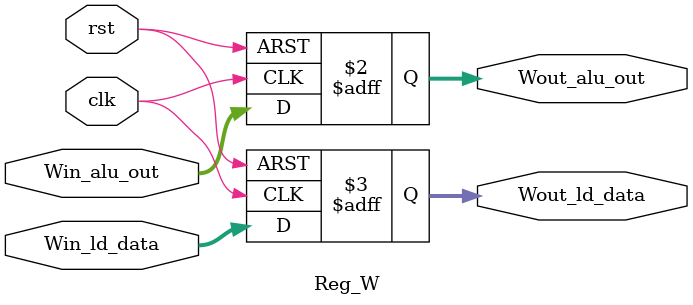
<source format=v>
module Reg_W (
input clk,
input rst,
input [31:0] Win_alu_out,
input [31:0] Win_ld_data,
output reg [31:0] Wout_alu_out,
output reg [31:0] Wout_ld_data
);

always @ (posedge clk or posedge rst) begin
    if (rst) begin
        Wout_alu_out <= 32'd0;                         // initialize
        Wout_ld_data <= 32'd0;
    end
    else begin
        Wout_alu_out <= Win_alu_out;
        Wout_ld_data <= Win_ld_data;
    end
end

endmodule
</source>
